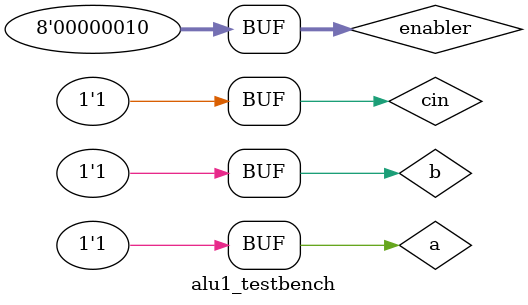
<source format=sv>
`timescale 1ns/10ps

module alu1 (cout, out, a, b, cin, enabler);
	 input logic a, b, cin;
	 input logic [7:0] enabler;
	 output logic cout, out;
	 
	 /*Function Enable Values: ALU_PASS_B=3'b000, ALU_ADD=3'b010, ALU_SUBTRACT=3'b011, ALU_AND=3'b100, ALU_OR=3'b101, ALU_XOR=3'b110;
	 enabler is an 8 bit value in which a single bit corresponding to a function is set to 1.
	 
	 enabler encoding schema
	 00000001 = pass b value
	 00000100 = a + b
	 00001000 = a - b
	 00010000 = a & b
	 00100000 = a | b
	 01000000 = a xor b
	 10000000 = no op
	 
	 Because each function has a dedicated bit in enabler, we can "and" the output of the function with its enable bit, resulting in a 0 unless it is the desired function.
	 */
	 
	 
	 //addder and subtractor logic
	 logic add_enable, adder_out, pass_out, and_out, or_out, or_temp, xor_out, xAMor_temp, out_temp;
	 
	 //use the adder/subtractor module when either function is enabled
    or OR1 (add_enable, enabler[2], enabler[3]);
    
	 //use subtract componenet of add/sub only if subtractor is enabled
	 adder ADD_SUB(.a(a), .b(b), .cin(cin), .cout(cout), .out(adder_out), .sub(enabler[3]), .enable(add_enable));
	 
	 //PASS logic:
	 //Passes b if the pass function is enabled
	 
	 and ENABLE_PASS (pass_out, enabler[0], b);
	 
	 
	 //AND logic:
	 //sets and_out to (a&b) if function is enabled
	 and TRUE_AND (and_out, enabler[4], a, b);
	 
	 //OR logic:
	 //sets or_out to (a or b) if function is enabled
	 or TRUE_OR (or_temp, a, b);
	 and ENABLE_OR (or_out, or_temp, enabler[5]);
	 
	 //XOR logic:
	 xor TRUE_XOR (xor_temp, a, b);
	 and ENABLE_XOR (xor_out, xor_temp, enabler[6]);
	 
	 
	 //All of the values in the following line are forced to be zero except that of the enabled fucntion.
	 //The "or" will merge all of these values, and because all other values are zero, will output the value of the desired function
	 or OUTPUT_MERGER (out_temp, xor_out, or_out, and_out, pass_out);
	 
	 //extra line in order to meet the max 4 inputs per gate rule
	 or TRUE_OUTPUT (out, out_temp, adder_out);
	 
endmodule 

module alu1_testbench();
	logic cout, out, a, b, cin;
	logic [7:0] enabler;
	
	alu1 dut(.cout, .out, .a, .b, .cin, .enabler);
	
	initial begin
		// case 1: pass b val
		a=0; b=0; cin=0; enabler=8'b00000000; #10;
		a=0; b=1; cin=0; enabler=8'b00000000; #10;
		a=0; b=1; cin=0; enabler=8'b00000001; #10;
		a=1; b=0; cin=0; enabler=8'b00000001; #10;
		
		
		// case 2: a + b
		a=0; b=0; cin=0; enabler=8'b00000100; #10;
		a=0; b=0; cin=1; enabler=8'b00000100; #10;
		a=0; b=1; cin=0; enabler=8'b00000100; #10;
		a=0; b=1; cin=1; enabler=8'b00000100; #10;
		a=1; b=0; cin=0; enabler=8'b00000100; #10;
		a=1; b=0; cin=1; enabler=8'b00000100; #10;
		a=1; b=1; cin=0; enabler=8'b00000100; #10;
		a=1; b=1; cin=1; enabler=8'b00000100; #10;
		
		
		// case 3: a - b
		a=0; b=0; cin=0; enabler=8'b00001000; #10;
		a=0; b=0; cin=1; enabler=8'b00001000; #10;
		a=0; b=1; cin=0; enabler=8'b00001000; #10;
		a=0; b=1; cin=1; enabler=8'b00001000; #10;
		a=1; b=0; cin=0; enabler=8'b00001000; #10;
		a=1; b=0; cin=1; enabler=8'b00001000; #10;
		a=1; b=1; cin=0; enabler=8'b00001000; #10;
		a=1; b=1; cin=1; enabler=8'b00001000; #10;
		
		
		// case 4: a & b
		cin = 0;
		a = 0; b = 0; enabler=8'b00010000; #10;
		a = 0; b = 1; enabler=8'b00010000; #10;
		a = 1; b = 0; enabler=8'b00010000; #10;
		a = 1; b = 1; enabler=8'b00010000; #10;
		
		
		// case 4: a | b
		cin = 0;
		a = 0; b = 0; enabler=8'b00100000; #10;
		a = 0; b = 1; enabler=8'b00100000; #10;
		a = 1; b = 0; enabler=8'b00100000; #10;
		a = 1; b = 1; enabler=8'b00100000; #10;
		
		
		// case 5: a xor b
		cin = 0;
		a = 0; b = 0; enabler=8'b01000000; #10;
		a = 0; b = 1; enabler=8'b01000000; #10;
		a = 1; b = 0; enabler=8'b01000000; #10;
		a = 1; b = 1; enabler=8'b01000000; #10;
		
		
		// case 4: no op
		cin = 0;
		a = 0; b = 0; enabler=8'b10000000; #10;
		a = 0; b = 1; enabler=8'b10000000; #10;
		cin = 1;
		a = 1; b = 0; enabler=8'b00000010; #10;
		a = 1; b = 1; enabler=8'b00000010; #10;

	end
endmodule
	

</source>
